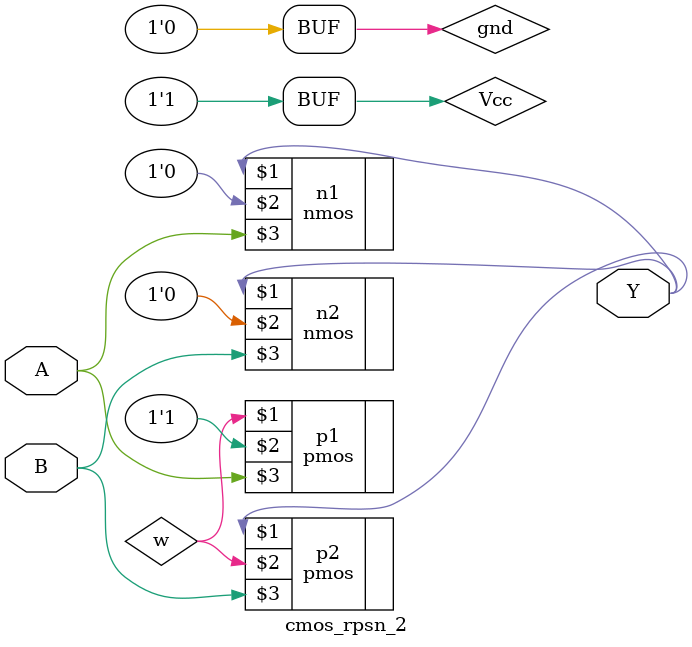
<source format=v>
`timescale 1ns / 1ps
module cmos_rpsn_2(
output Y,
input A,B
    );
wire w;
supply0 gnd;
supply1 Vcc;
 pmos p1(w,Vcc,A);
 pmos p2(Y,w,B);
 
 nmos n1(Y,gnd,A);
 nmos n2(Y,gnd,B);
endmodule

</source>
